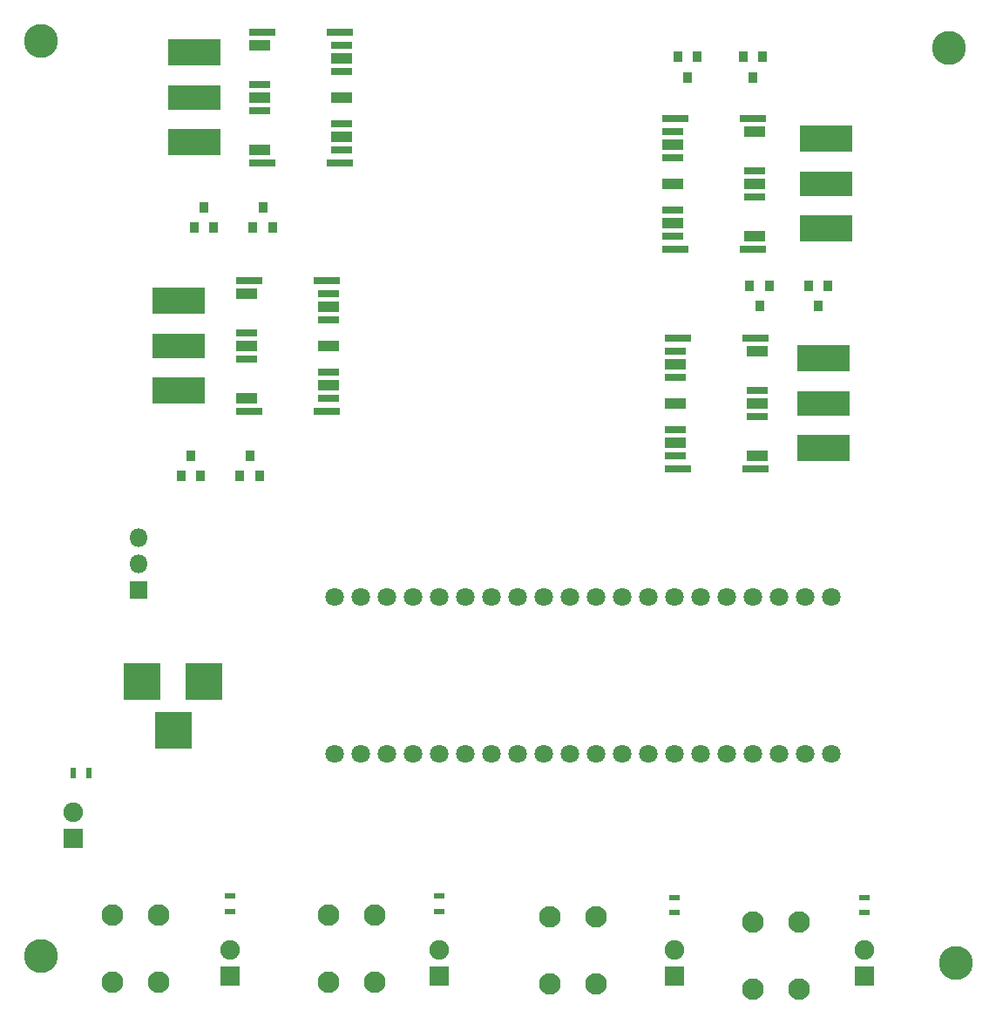
<source format=gbr>
%TF.GenerationSoftware,KiCad,Pcbnew,5.1.6*%
%TF.CreationDate,2020-08-01T20:23:43+02:00*%
%TF.ProjectId,AntSwitcher,416e7453-7769-4746-9368-65722e6b6963,rev?*%
%TF.SameCoordinates,Original*%
%TF.FileFunction,Soldermask,Top*%
%TF.FilePolarity,Negative*%
%FSLAX46Y46*%
G04 Gerber Fmt 4.6, Leading zero omitted, Abs format (unit mm)*
G04 Created by KiCad (PCBNEW 5.1.6) date 2020-08-01 20:23:43*
%MOMM*%
%LPD*%
G01*
G04 APERTURE LIST*
%ADD10C,3.300000*%
%ADD11R,1.900000X1.900000*%
%ADD12C,1.900000*%
%ADD13R,0.900000X1.000000*%
%ADD14R,3.600000X3.600000*%
%ADD15R,5.180000X2.390000*%
%ADD16R,5.180000X2.520000*%
%ADD17O,1.800000X1.800000*%
%ADD18R,1.800000X1.800000*%
%ADD19R,2.600000X0.800000*%
%ADD20R,2.100000X0.800000*%
%ADD21R,2.100000X1.000000*%
%ADD22R,1.000000X0.600000*%
%ADD23R,0.600000X1.000000*%
%ADD24C,2.100000*%
%ADD25C,1.800000*%
G04 APERTURE END LIST*
D10*
%TO.C,REF\u002A\u002A*%
X69215000Y-66040000D03*
%TD*%
%TO.C,REF\u002A\u002A*%
X157480000Y-66675000D03*
%TD*%
%TO.C,REF\u002A\u002A*%
X158115000Y-155575000D03*
%TD*%
%TO.C,REF\u002A\u002A*%
X69215000Y-154940000D03*
%TD*%
D11*
%TO.C,D1*%
X107950000Y-156845000D03*
D12*
X107950000Y-154305000D03*
%TD*%
%TO.C,D2*%
X87630000Y-154305000D03*
D11*
X87630000Y-156845000D03*
%TD*%
D12*
%TO.C,D3*%
X72390000Y-140970000D03*
D11*
X72390000Y-143510000D03*
%TD*%
%TO.C,D4*%
X130810000Y-156845000D03*
D12*
X130810000Y-154305000D03*
%TD*%
D13*
%TO.C,D5*%
X90805000Y-82185000D03*
X91755000Y-84185000D03*
X89855000Y-84185000D03*
%TD*%
%TO.C,D6*%
X88585000Y-108315000D03*
X90485000Y-108315000D03*
X89535000Y-106315000D03*
%TD*%
D12*
%TO.C,D7*%
X149225000Y-154305000D03*
D11*
X149225000Y-156845000D03*
%TD*%
D13*
%TO.C,D8*%
X139380000Y-67580000D03*
X137480000Y-67580000D03*
X138430000Y-69580000D03*
%TD*%
%TO.C,D9*%
X139065000Y-91805000D03*
X138115000Y-89805000D03*
X140015000Y-89805000D03*
%TD*%
D14*
%TO.C,J1*%
X82090000Y-132970000D03*
X79090000Y-128270000D03*
X85090000Y-128270000D03*
%TD*%
D15*
%TO.C,J2*%
X84132000Y-71501000D03*
D16*
X84132000Y-67121000D03*
X84132000Y-75881000D03*
%TD*%
%TO.C,J3*%
X82608000Y-100011000D03*
X82608000Y-91251000D03*
D15*
X82608000Y-95631000D03*
%TD*%
D16*
%TO.C,J4*%
X145484000Y-75503000D03*
X145484000Y-84263000D03*
D15*
X145484000Y-79883000D03*
%TD*%
%TO.C,J5*%
X145288000Y-101219000D03*
D16*
X145288000Y-105599000D03*
X145288000Y-96839000D03*
%TD*%
D17*
%TO.C,JP1*%
X78740000Y-114300000D03*
X78740000Y-116840000D03*
D18*
X78740000Y-119380000D03*
%TD*%
D19*
%TO.C,K1*%
X98238000Y-65151000D03*
D20*
X98488000Y-66421000D03*
D21*
X98488000Y-67691000D03*
D20*
X98488000Y-68961000D03*
D21*
X98488000Y-71501000D03*
D20*
X98488000Y-74041000D03*
D21*
X98488000Y-75311000D03*
D20*
X98488000Y-76581000D03*
D19*
X98238000Y-77851000D03*
X90738000Y-77851000D03*
D21*
X90488000Y-76581000D03*
D20*
X90488000Y-72771000D03*
D21*
X90488000Y-71501000D03*
D20*
X90488000Y-70231000D03*
D21*
X90488000Y-66421000D03*
D19*
X90738000Y-65151000D03*
%TD*%
%TO.C,K2*%
X96968000Y-89281000D03*
D20*
X97218000Y-90551000D03*
D21*
X97218000Y-91821000D03*
D20*
X97218000Y-93091000D03*
D21*
X97218000Y-95631000D03*
D20*
X97218000Y-98171000D03*
D21*
X97218000Y-99441000D03*
D20*
X97218000Y-100711000D03*
D19*
X96968000Y-101981000D03*
X89468000Y-101981000D03*
D21*
X89218000Y-100711000D03*
D20*
X89218000Y-96901000D03*
D21*
X89218000Y-95631000D03*
D20*
X89218000Y-94361000D03*
D21*
X89218000Y-90551000D03*
D19*
X89468000Y-89281000D03*
%TD*%
%TO.C,K3*%
X138370000Y-86233000D03*
D21*
X138620000Y-84963000D03*
D20*
X138620000Y-81153000D03*
D21*
X138620000Y-79883000D03*
D20*
X138620000Y-78613000D03*
D21*
X138620000Y-74803000D03*
D19*
X138370000Y-73533000D03*
X130870000Y-73533000D03*
D20*
X130620000Y-74803000D03*
D21*
X130620000Y-76073000D03*
D20*
X130620000Y-77343000D03*
D21*
X130620000Y-79883000D03*
D20*
X130620000Y-82423000D03*
D21*
X130620000Y-83693000D03*
D20*
X130620000Y-84963000D03*
D19*
X130870000Y-86233000D03*
%TD*%
%TO.C,K4*%
X138624000Y-107569000D03*
D21*
X138874000Y-106299000D03*
D20*
X138874000Y-102489000D03*
D21*
X138874000Y-101219000D03*
D20*
X138874000Y-99949000D03*
D21*
X138874000Y-96139000D03*
D19*
X138624000Y-94869000D03*
X131124000Y-94869000D03*
D20*
X130874000Y-96139000D03*
D21*
X130874000Y-97409000D03*
D20*
X130874000Y-98679000D03*
D21*
X130874000Y-101219000D03*
D20*
X130874000Y-103759000D03*
D21*
X130874000Y-105029000D03*
D20*
X130874000Y-106299000D03*
D19*
X131124000Y-107569000D03*
%TD*%
D13*
%TO.C,Q1*%
X82870000Y-108315000D03*
X84770000Y-108315000D03*
X83820000Y-106315000D03*
%TD*%
%TO.C,Q2*%
X85090000Y-82185000D03*
X86040000Y-84185000D03*
X84140000Y-84185000D03*
%TD*%
%TO.C,Q3*%
X133030000Y-67580000D03*
X131130000Y-67580000D03*
X132080000Y-69580000D03*
%TD*%
%TO.C,Q4*%
X144780000Y-91805000D03*
X143830000Y-89805000D03*
X145730000Y-89805000D03*
%TD*%
D22*
%TO.C,R1*%
X107950000Y-150610000D03*
X107950000Y-149110000D03*
%TD*%
%TO.C,R2*%
X87630000Y-149110000D03*
X87630000Y-150610000D03*
%TD*%
D23*
%TO.C,R3*%
X73890000Y-137160000D03*
X72390000Y-137160000D03*
%TD*%
D22*
%TO.C,R4*%
X130810000Y-150725000D03*
X130810000Y-149225000D03*
%TD*%
%TO.C,R5*%
X149225000Y-150725000D03*
X149225000Y-149225000D03*
%TD*%
D24*
%TO.C,SW1*%
X76200000Y-150980000D03*
X80700000Y-150980000D03*
X76200000Y-157480000D03*
X80700000Y-157480000D03*
%TD*%
%TO.C,SW2*%
X101655000Y-157480000D03*
X97155000Y-157480000D03*
X101655000Y-150980000D03*
X97155000Y-150980000D03*
%TD*%
%TO.C,SW3*%
X142930000Y-158115000D03*
X138430000Y-158115000D03*
X142930000Y-151615000D03*
X138430000Y-151615000D03*
%TD*%
%TO.C,SW4*%
X123190000Y-157630000D03*
X118690000Y-157630000D03*
X123190000Y-151130000D03*
X118690000Y-151130000D03*
%TD*%
D25*
%TO.C,U1*%
X97790000Y-135255000D03*
X146050000Y-120015000D03*
X100330000Y-135255000D03*
X102870000Y-135255000D03*
X105410000Y-135255000D03*
X107950000Y-135255000D03*
X110490000Y-135255000D03*
X113030000Y-135255000D03*
X115570000Y-135255000D03*
X118110000Y-135255000D03*
X120650000Y-135255000D03*
X123190000Y-135255000D03*
X125730000Y-135255000D03*
X128270000Y-135255000D03*
X130810000Y-135255000D03*
X133350000Y-135255000D03*
X135890000Y-135255000D03*
X138430000Y-135255000D03*
X140970000Y-135255000D03*
X143510000Y-135255000D03*
X146050000Y-135255000D03*
X143510000Y-120015000D03*
X140970000Y-120015000D03*
X138430000Y-120015000D03*
X135890000Y-120015000D03*
X133350000Y-120015000D03*
X130810000Y-120015000D03*
X128270000Y-120015000D03*
X125730000Y-120015000D03*
X123190000Y-120015000D03*
X120650000Y-120015000D03*
X118110000Y-120015000D03*
X115570000Y-120015000D03*
X113030000Y-120015000D03*
X110490000Y-120015000D03*
X107950000Y-120015000D03*
X105410000Y-120015000D03*
X102870000Y-120015000D03*
X100330000Y-120015000D03*
X97790000Y-120015000D03*
%TD*%
M02*

</source>
